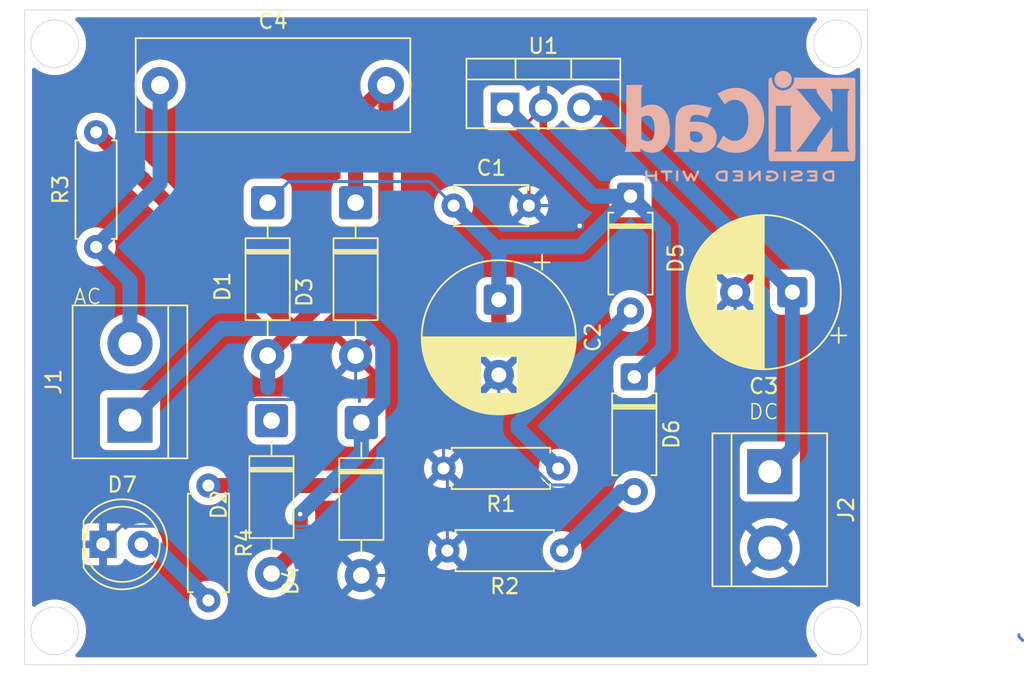
<source format=kicad_pcb>
(kicad_pcb (version 20241229) (generator "pcbnew") (generator_version "9.0")
  (layers (0 "F.Cu" signal) (2 "B.Cu" signal) (13 "F.Paste" user) (15 "B.Paste" user) (5 "F.SilkS" user "F.Silkscreen") (7 "B.SilkS" user "B.Silkscreen") (1 "F.Mask" user) (3 "B.Mask" user) (25 "Edge.Cuts" user))
  (net 0 "")
  (net 1 "GND")
  (net 2 "Net-(D1-K)")
  (net 3 "/5V")
  (net 4 "Net-(J1-Pin_2)")
  (net 5 "Net-(D1-A)")
  (net 6 "Net-(D2-A)")
  (net 7 "Net-(D5-A)")
  (net 8 "Net-(D6-A)")
  (net 9 "Net-(D7-A)")
  (footprint "LED_THT:LED_D5.0mm" (layer "F.Cu") (at 77.71 89.75)
    (property "Reference" "D7" (at 1.27 -3.96 0) (layer "F.SilkS"))
    (property "Value" "LED")
    (pad "1" thru_hole rect (at 0 0) (size 1.8 1.8) (drill 0.9) (layers "*.Cu" "*.Mask") (net 1 "GND"))
    (pad "2" thru_hole circle (at 2.54 0) (size 1.8 1.8) (drill 0.9) (layers "*.Cu" "*.Mask") (net 9 "Net-(D7-A)"))
  )
  (footprint "Diode_THT:D_DO-41_SOD81_P10.16mm_Horizontal" (layer "F.Cu") (at 94.869 81.661 -90)
    (property "Reference" "D4" (at 10.494 4.693 270) (layer "F.SilkS"))
    (property "Value" "1N4007")
    (pad "1" thru_hole roundrect (at 0 0 270) (size 2.2 2.2) (drill 1.1) (layers "*.Cu" "*.Mask") (roundrect_rratio 0.113636) (net 6 "Net-(D2-A)"))
    (pad "2" thru_hole circle (at 10.16 0 270) (size 2.2 2.2) (drill 1.1) (layers "*.Cu" "*.Mask") (net 1 "GND"))
  )
  (footprint "TerminalBlock:TerminalBlock_bornier-2_P5.08mm" (layer "F.Cu") (at 122 84.92 -90)
    (property "Reference" "J2" (at 2.54 -5.08 90) (layer "F.SilkS"))
    (property "Value" "Screw_Terminal_01x02")
    (pad "1" thru_hole rect (at 0 0 270) (size 3 3) (drill 1.52) (layers "*.Cu" "*.Mask") (net 3 "/5V"))
    (pad "2" thru_hole circle (at 5.08 0 270) (size 3 3) (drill 1.52) (layers "*.Cu" "*.Mask") (net 1 "GND"))
  )
  (footprint "Package_TO_SOT_THT:TO-220-3_Vertical" (layer "F.Cu") (at 104.42 60.75)
    (property "Reference" "U1" (at 2.54 -4.1 0) (layer "F.SilkS"))
    (property "Value" "LM7805_TO220")
    (pad "1" thru_hole rect (at 0 0) (size 1.905 2) (drill 1.1) (layers "*.Cu" "*.Mask") (net 2 "Net-(D1-K)"))
    (pad "2" thru_hole oval (at 2.54 0) (size 1.905 2) (drill 1.1) (layers "*.Cu" "*.Mask") (net 1 "GND"))
    (pad "3" thru_hole oval (at 5.08 0) (size 1.905 2) (drill 1.1) (layers "*.Cu" "*.Mask") (net 3 "/5V"))
  )
  (footprint "Diode_THT:D_DO-41_SOD81_P10.16mm_Horizontal" (layer "F.Cu") (at 88.646 67.056 -90)
    (property "Reference" "D1" (at 5.58 3 90) (layer "F.SilkS"))
    (property "Value" "1N4007")
    (pad "1" thru_hole roundrect (at 0 0 270) (size 2.2 2.2) (drill 1.1) (layers "*.Cu" "*.Mask") (roundrect_rratio 0.113636) (net 2 "Net-(D1-K)"))
    (pad "2" thru_hole circle (at 10.16 0 270) (size 2.2 2.2) (drill 1.1) (layers "*.Cu" "*.Mask") (net 5 "Net-(D1-A)"))
  )
  (footprint "Diode_THT:D_A-405_P7.62mm_Horizontal" (layer "F.Cu") (at 112.75 66.63 -90)
    (property "Reference" "D5" (at 4.12 -3 90) (layer "F.SilkS"))
    (property "Value" "D_Zener")
    (pad "1" thru_hole roundrect (at 0 0 270) (size 1.8 1.8) (drill 0.9) (layers "*.Cu" "*.Mask") (roundrect_rratio 0.138889) (net 2 "Net-(D1-K)"))
    (pad "2" thru_hole circle (at 7.62 0 270) (size 1.8 1.8) (drill 0.9) (layers "*.Cu" "*.Mask") (net 7 "Net-(D5-A)"))
  )
  (footprint "Resistor_THT:R_Axial_DIN0207_L6.3mm_D2.5mm_P7.62mm_Horizontal" (layer "F.Cu") (at 84.709 85.852 -90)
    (property "Reference" "R4" (at 3.81 -2.37 90) (layer "F.SilkS"))
    (property "Value" "2.2k")
    (pad "1" thru_hole circle (at 0 0 270) (size 1.6 1.6) (drill 0.8) (layers "*.Cu" "*.Mask") (net 2 "Net-(D1-K)"))
    (pad "2" thru_hole circle (at 7.62 0 270) (size 1.6 1.6) (drill 0.8) (layers "*.Cu" "*.Mask") (net 9 "Net-(D7-A)"))
  )
  (footprint "Capacitor_THT:CP_Radial_D10.0mm_P3.80mm" (layer "F.Cu") (at 123.5 73 180)
    (property "Reference" "C3" (at 1.9 -6.25 0) (layer "F.SilkS"))
    (property "Value" "470uf")
    (pad "1" thru_hole roundrect (at 0 0 180) (size 2 2) (drill 1) (layers "*.Cu" "*.Mask") (roundrect_rratio 0.125) (net 3 "/5V"))
    (pad "2" thru_hole circle (at 3.8 0 180) (size 2 2) (drill 1) (layers "*.Cu" "*.Mask") (net 1 "GND"))
  )
  (footprint "Capacitor_THT:C_Rect_L18.0mm_W6.0mm_P15.00mm_FKS3_FKP3" (layer "F.Cu") (at 81.5 59.25)
    (property "Reference" "C4" (at 7.5 -4.25 0) (layer "F.SilkS"))
    (property "Value" "225k/2.2uf")
    (pad "1" thru_hole circle (at 0 0) (size 2.4 2.4) (drill 1.2) (layers "*.Cu" "*.Mask") (net 4 "Net-(J1-Pin_2)"))
    (pad "2" thru_hole circle (at 15 0) (size 2.4 2.4) (drill 1.2) (layers "*.Cu" "*.Mask") (net 5 "Net-(D1-A)"))
  )
  (footprint "Resistor_THT:R_Axial_DIN0207_L6.3mm_D2.5mm_P7.62mm_Horizontal" (layer "F.Cu") (at 107.95 84.709 180)
    (property "Reference" "R1" (at 3.81 -2.37 0) (layer "F.SilkS"))
    (property "Value" "20k")
    (pad "1" thru_hole circle (at 0 0 180) (size 1.6 1.6) (drill 0.8) (layers "*.Cu" "*.Mask") (net 7 "Net-(D5-A)"))
    (pad "2" thru_hole circle (at 7.62 0 180) (size 1.6 1.6) (drill 0.8) (layers "*.Cu" "*.Mask") (net 1 "GND"))
  )
  (footprint "Resistor_THT:R_Axial_DIN0207_L6.3mm_D2.5mm_P7.62mm_Horizontal" (layer "F.Cu") (at 77.25 70 90)
    (property "Reference" "R3" (at 3.81 -2.37 90) (layer "F.SilkS"))
    (property "Value" "1M")
    (pad "1" thru_hole circle (at 0 0 90) (size 1.6 1.6) (drill 0.8) (layers "*.Cu" "*.Mask") (net 4 "Net-(J1-Pin_2)"))
    (pad "2" thru_hole circle (at 7.62 0 90) (size 1.6 1.6) (drill 0.8) (layers "*.Cu" "*.Mask") (net 5 "Net-(D1-A)"))
  )
  (footprint "Diode_THT:D_DO-41_SOD81_P10.16mm_Horizontal" (layer "F.Cu") (at 88.9 81.534 -90)
    (property "Reference" "D2" (at 5.58 3.5 90) (layer "F.SilkS"))
    (property "Value" "1N4007")
    (pad "1" thru_hole roundrect (at 0 0 270) (size 2.2 2.2) (drill 1.1) (layers "*.Cu" "*.Mask") (roundrect_rratio 0.113636) (net 2 "Net-(D1-K)"))
    (pad "2" thru_hole circle (at 10.16 0 270) (size 2.2 2.2) (drill 1.1) (layers "*.Cu" "*.Mask") (net 6 "Net-(D2-A)"))
  )
  (footprint "Diode_THT:D_DO-41_SOD81_P10.16mm_Horizontal" (layer "F.Cu") (at 94.488 67.056 -90)
    (property "Reference" "D3" (at 5.95 3.4 90) (layer "F.SilkS"))
    (property "Value" "1N4007")
    (pad "1" thru_hole roundrect (at 0 0 270) (size 2.2 2.2) (drill 1.1) (layers "*.Cu" "*.Mask") (roundrect_rratio 0.113636) (net 5 "Net-(D1-A)"))
    (pad "2" thru_hole circle (at 10.16 0 270) (size 2.2 2.2) (drill 1.1) (layers "*.Cu" "*.Mask") (net 1 "GND"))
  )
  (footprint "Diode_THT:D_A-405_P7.62mm_Horizontal" (layer "F.Cu") (at 113 78.63 -90)
    (property "Reference" "D6" (at 3.81 -2.47 90) (layer "F.SilkS"))
    (property "Value" "D_Zener")
    (pad "1" thru_hole roundrect (at 0 0 270) (size 1.8 1.8) (drill 0.9) (layers "*.Cu" "*.Mask") (roundrect_rratio 0.138889) (net 2 "Net-(D1-K)"))
    (pad "2" thru_hole circle (at 7.62 0 270) (size 1.8 1.8) (drill 0.9) (layers "*.Cu" "*.Mask") (net 8 "Net-(D6-A)"))
  )
  (footprint "Capacitor_THT:C_Disc_D4.7mm_W2.5mm_P5.00mm" (layer "F.Cu") (at 101 67.25)
    (property "Reference" "C1" (at 2.5 -2.5 0) (layer "F.SilkS"))
    (property "Value" "0.1uf")
    (pad "1" thru_hole circle (at 0 0) (size 1.6 1.6) (drill 0.8) (layers "*.Cu" "*.Mask") (net 2 "Net-(D1-K)"))
    (pad "2" thru_hole circle (at 5 0) (size 1.6 1.6) (drill 0.8) (layers "*.Cu" "*.Mask") (net 1 "GND"))
  )
  (footprint "Resistor_THT:R_Axial_DIN0207_L6.3mm_D2.5mm_P7.62mm_Horizontal" (layer "F.Cu") (at 108.204 90.17 180)
    (property "Reference" "R2" (at 3.81 -2.37 0) (layer "F.SilkS"))
    (property "Value" "20k")
    (pad "1" thru_hole circle (at 0 0 180) (size 1.6 1.6) (drill 0.8) (layers "*.Cu" "*.Mask") (net 8 "Net-(D6-A)"))
    (pad "2" thru_hole circle (at 7.62 0 180) (size 1.6 1.6) (drill 0.8) (layers "*.Cu" "*.Mask") (net 1 "GND"))
  )
  (footprint "Capacitor_THT:CP_Radial_D10.0mm_P5.00mm" (layer "F.Cu") (at 104 73.5 -90)
    (property "Reference" "C2" (at 2.5 -6.25 90) (layer "F.SilkS"))
    (property "Value" "1000uf")
    (pad "1" thru_hole roundrect (at 0 0 270) (size 2 2) (drill 1) (layers "*.Cu" "*.Mask") (roundrect_rratio 0.125) (net 2 "Net-(D1-K)"))
    (pad "2" thru_hole circle (at 5 0 270) (size 2 2) (drill 1) (layers "*.Cu" "*.Mask") (net 1 "GND"))
  )
  (footprint "TerminalBlock:TerminalBlock_bornier-2_P5.08mm" (layer "F.Cu") (at 79.5 81.5 90)
    (property "Reference" "J1" (at 2.54 -5.08 90) (layer "F.SilkS"))
    (property "Value" "Screw_Terminal_01x02")
    (pad "1" thru_hole rect (at 0 0 90) (size 3 3) (drill 1.52) (layers "*.Cu" "*.Mask") (net 6 "Net-(D2-A)"))
    (pad "2" thru_hole circle (at 5.08 0 90) (size 3 3) (drill 1.52) (layers "*.Cu" "*.Mask") (net 4 "Net-(J1-Pin_2)"))
  )
  (footprint "Symbol:KiCad-Logo2_6mm_SilkScreen" (layer "B.Cu") (at 120.022487 61.280848 180)
    (property "Reference" "REF**" (hide yes))
    (property "Value" "KiCad-Logo2_6mm_SilkScreen" (hide yes))
  )
  (gr_rect (start 72.5 54.25) (end 128.5 97.75) (stroke (width 0.05)) (fill no) (layer "Edge.Cuts"))
  (gr_circle (center 126.5 95.5) (end 127 97) (stroke (width 0.05)) (fill no) (layer "Edge.Cuts"))
  (gr_circle (center 74.5 56.5) (end 75 58) (stroke (width 0.05)) (fill no) (layer "Edge.Cuts"))
  (gr_circle (center 74.5 95.5) (end 75 97) (stroke (width 0.05)) (fill no) (layer "Edge.Cuts"))
  (gr_circle (center 126.5 56.5) (end 127 58) (stroke (width 0.05)) (fill no) (layer "Edge.Cuts"))
  (gr_text "AC" (at 75.69 73.88 0) (layer "F.SilkS") (effects (font (size 1 1) (thickness 0.1)) (justify left bottom)))
  (gr_text "DC" (at 120.523 81.534 0) (layer "F.SilkS") (effects (font (size 1 1) (thickness 0.1)) (justify left bottom)))
  (segment (start 138.557 95.758) (end 138.557 95.885) (width 0.2) (layer "B.Cu") (net 0))
  (segment (start 138.557 95.885) (end 138.811 96.139) (width 0.2) (layer "B.Cu") (net 0))
  (segment (start 106.934 60.706) (end 106 61.64) (width 0.2) (layer "F.Cu") (net 1))
  (segment (start 115.915 69.215) (end 119.7 73) (width 0.2) (layer "F.Cu") (net 1))
  (segment (start 109.982 69.215) (end 115.915 69.215) (width 0.2) (layer "F.Cu") (net 1))
  (segment (start 106 61.64) (end 106 67.25) (width 0.2) (layer "F.Cu") (net 1))
  (segment (start 94.742 91.948) (end 94.869 91.821) (width 0.2) (layer "F.Cu") (net 1))
  (segment (start 109.366393 68.599393) (end 109.982 69.215) (width 0.2) (layer "F.Cu") (net 1))
  (via (at 109.366393 68.599393) (size 0.6) (drill 0.3) (layers "F.Cu" "B.Cu") (net 1))
  (via (at 106.934 60.706) (size 0.6) (drill 0.3) (layers "F.Cu" "B.Cu") (net 1))
  (segment (start 94.488 77.216) (end 94.312 77.216) (width 0.2) (layer "B.Cu") (net 1))
  (segment (start 108.017 67.25) (end 109.366393 68.599393) (width 0.2) (layer "B.Cu") (net 1))
  (segment (start 94.742 80.26) (end 94.742 79.864786) (width 0.2) (layer "B.Cu") (net 1))
  (segment (start 114.58705 82.58705) (end 111.3641 85.81) (width 0.2) (layer "B.Cu") (net 1))
  (segment (start 104 82.31605) (end 104 78.5) (width 0.2) (layer "B.Cu") (net 1))
  (segment (start 94.312 77.216) (end 94.265 77.263) (width 1) (layer "B.Cu") (net 1))
  (segment (start 107.49395 85.81) (end 104 82.31605) (width 0.2) (layer "B.Cu") (net 1))
  (segment (start 119.7 73) (end 119.7 87.7) (width 0.2) (layer "B.Cu") (net 1))
  (segment (start 98.933 91.821) (end 100.584 90.17) (width 0.2) (layer "B.Cu") (net 1))
  (segment (start 106 67.25) (end 108.017 67.25) (width 0.2) (layer "B.Cu") (net 1))
  (segment (start 91.597 88.549) (end 78.911 88.549) (width 0.2) (layer "B.Cu") (net 1))
  (segment (start 78.911 88.549) (end 77.71 89.75) (width 0.2) (layer "B.Cu") (net 1))
  (segment (start 77.71 89.75) (end 87.327 80.133) (width 0.2) (layer "B.Cu") (net 1))
  (segment (start 100.584 85.344) (end 100.584 90.17) (width 0.2) (layer "B.Cu") (net 1))
  (segment (start 100.33 85.09) (end 100.584 85.344) (width 0.2) (layer "B.Cu") (net 1))
  (segment (start 94.869 91.821) (end 91.597 88.549) (width 0.2) (layer "B.Cu") (net 1))
  (segment (start 87.327 80.133) (end 91.571 80.133) (width 0.2) (layer "B.Cu") (net 1))
  (segment (start 94.869 91.821) (end 98.933 91.821) (width 0.2) (layer "B.Cu") (net 1))
  (segment (start 122 90) (end 114.58705 82.58705) (width 0.2) (layer "B.Cu") (net 1))
  (segment (start 94.742 79.864786) (end 94.488 79.610786) (width 0.2) (layer "B.Cu") (net 1))
  (segment (start 104 78.5) (end 100.33 82.17) (width 0.2) (layer "B.Cu") (net 1))
  (segment (start 91.571 80.133) (end 94.488 77.216) (width 0.2) (layer "B.Cu") (net 1))
  (segment (start 106.96 60.732) (end 106.934 60.706) (width 0.2) (layer "B.Cu") (net 1))
  (segment (start 100.33 82.17) (end 100.33 84.709) (width 0.2) (layer "B.Cu") (net 1))
  (segment (start 94.488 79.610786) (end 94.488 77.216) (width 0.2) (layer "B.Cu") (net 1))
  (segment (start 111.3641 85.81) (end 107.49395 85.81) (width 0.2) (layer "B.Cu") (net 1))
  (segment (start 106.96 60.75) (end 106.96 60.732) (width 0.2) (layer "B.Cu") (net 1))
  (segment (start 100.33 84.709) (end 100.33 85.09) (width 0.2) (layer "B.Cu") (net 1))
  (segment (start 119.7 87.7) (end 122 90) (width 0.2) (layer "B.Cu") (net 1))
  (segment (start 84.709 85.852) (end 93.853 85.852) (width 1) (layer "F.Cu") (net 2))
  (segment (start 104 75.705) (end 104 73.5) (width 1) (layer "F.Cu") (net 2))
  (segment (start 93.853 85.852) (end 104 75.705) (width 1) (layer "F.Cu") (net 2))
  (segment (start 88.646 67.056) (end 90.047 65.655) (width 0.2) (layer "B.Cu") (net 2))
  (segment (start 113 78.63) (end 114.935 76.695) (width 1) (layer "B.Cu") (net 2))
  (segment (start 112.75 66.611) (end 112.724 66.585) (width 1) (layer "B.Cu") (net 2))
  (segment (start 99.405 65.655) (end 101 67.25) (width 0.2) (layer "B.Cu") (net 2))
  (segment (start 112.75 66.611) (end 112.75 66.63) (width 1) (layer "B.Cu") (net 2))
  (segment (start 112.97 78.52) (end 113 78.55) (width 1) (layer "B.Cu") (net 2))
  (segment (start 113 78.63) (end 113 78.55) (width 1) (layer "B.Cu") (net 2))
  (segment (start 104.42 60.75) (end 110.3 66.63) (width 1) (layer "B.Cu") (net 2))
  (segment (start 90.047 65.655) (end 99.405 65.655) (width 0.2) (layer "B.Cu") (net 2))
  (segment (start 114.935 68.815) (end 112.75 66.63) (width 1) (layer "B.Cu") (net 2))
  (segment (start 104 73.5) (end 104 70.25) (width 1) (layer "B.Cu") (net 2))
  (segment (start 88.646 67.183) (end 88.646 67.056) (width 0.2) (layer "B.Cu") (net 2))
  (segment (start 104 70.25) (end 101 67.25) (width 1) (layer "B.Cu") (net 2))
  (segment (start 104.273 69.977) (end 104 70.25) (width 1) (layer "B.Cu") (net 2))
  (segment (start 109.403 69.977) (end 104.273 69.977) (width 1) (layer "B.Cu") (net 2))
  (segment (start 84.709 85.852) (end 84.709 85.725) (width 1) (layer "B.Cu") (net 2))
  (segment (start 110.3 66.63) (end 112.75 66.63) (width 1) (layer "B.Cu") (net 2))
  (segment (start 112.75 66.63) (end 109.403 69.977) (width 1) (layer "B.Cu") (net 2))
  (segment (start 114.935 76.695) (end 114.935 68.815) (width 1) (layer "B.Cu") (net 2))
  (segment (start 100.94 67.31) (end 101 67.25) (width 0.2) (layer "B.Cu") (net 2))
  (segment (start 109.5 60.75) (end 111.25 60.75) (width 1) (layer "B.Cu") (net 3))
  (segment (start 123.5 83.42) (end 122 84.92) (width 1) (layer "B.Cu") (net 3))
  (segment (start 123.5 73) (end 123.5 83.42) (width 1) (layer "B.Cu") (net 3))
  (segment (start 111.25 60.75) (end 123.5 73) (width 1) (layer "B.Cu") (net 3))
  (segment (start 79.5 72.25) (end 77.25 70) (width 1) (layer "B.Cu") (net 4))
  (segment (start 81.5 65.75) (end 77.25 70) (width 1) (layer "B.Cu") (net 4))
  (segment (start 81.5 59.25) (end 81.5 65.75) (width 1) (layer "B.Cu") (net 4))
  (segment (start 79.5 76.42) (end 79.5 72.25) (width 1) (layer "B.Cu") (net 4))
  (segment (start 77.25 62.38) (end 90.1175 75.2475) (width 1) (layer "F.Cu") (net 5))
  (segment (start 96.5 59.202) (end 96.52 59.182) (width 1) (layer "F.Cu") (net 5))
  (segment (start 96.5 59.202) (end 96.5 59.25) (width 1) (layer "F.Cu") (net 5))
  (segment (start 88.646 77.216) (end 90.6145 75.2475) (width 1) (layer "F.Cu") (net 5))
  (segment (start 96.5 69.362) (end 96.5 59.25) (width 1) (layer "F.Cu") (net 5))
  (segment (start 90.1175 75.2475) (end 90.6145 75.2475) (width 1) (layer "F.Cu") (net 5))
  (segment (start 94.488 61.262) (end 96.5 59.25) (width 1) (layer "F.Cu") (net 5))
  (segment (start 90.6145 75.2475) (end 96.5 69.362) (width 1) (layer "F.Cu") (net 5))
  (segment (start 94.488 67.056) (end 94.488 61.262) (width 1) (layer "F.Cu") (net 5))
  (segment (start 94.488 67.056) (end 94.488 67.007) (width 1) (layer "B.Cu") (net 5))
  (segment (start 88.646 77.216) (end 88.984 77.554) (width 1) (layer "B.Cu") (net 5))
  (segment (start 88.773 77.216) (end 88.646 77.216) (width 1) (layer "B.Cu") (net 5))
  (segment (start 88.646 77.216) (end 88.646 79.332) (width 1) (layer "B.Cu") (net 5))
  (segment (start 94.488 67.007) (end 94.519 66.976) (width 1) (layer "B.Cu") (net 5))
  (segment (start 90.805 89.789) (end 88.9 91.694) (width 1) (layer "F.Cu") (net 6))
  (segment (start 90.805 87.748) (end 90.805 89.789) (width 1) (layer "F.Cu") (net 6))
  (via (at 90.805 87.748) (size 0.6) (drill 0.3) (layers "F.Cu" "B.Cu") (net 6))
  (segment (start 96.289 80.241) (end 94.869 81.661) (width 1) (layer "B.Cu") (net 6))
  (segment (start 79.5 81.5) (end 85.585 75.415) (width 1) (layer "B.Cu") (net 6))
  (segment (start 94.869 81.63) (end 94.773 81.534) (width 1) (layer "B.Cu") (net 6))
  (segment (start 95.233999 75.415) (end 96.289 76.470001) (width 1) (layer "B.Cu") (net 6))
  (segment (start 79.5 81.917) (end 79.375 82.042) (width 1) (layer "B.Cu") (net 6))
  (segment (start 94.869 81.661) (end 94.869 83.684) (width 1) (layer "B.Cu") (net 6))
  (segment (start 79.5 81.917) (end 79.5 81.5) (width 1) (layer "B.Cu") (net 6))
  (segment (start 94.869 81.63) (end 94.996 81.503) (width 0.2) (layer "B.Cu") (net 6))
  (segment (start 79.5 81.5) (end 79.468 81.5) (width 1) (layer "B.Cu") (net 6))
  (segment (start 85.585 75.415) (end 95.233999 75.415) (width 1) (layer "B.Cu") (net 6))
  (segment (start 96.289 76.470001) (end 96.289 80.241) (width 1) (layer "B.Cu") (net 6))
  (segment (start 94.869 83.684) (end 90.805 87.748) (width 1) (layer "B.Cu") (net 6))
  (segment (start 94.869 81.661) (end 94.869 81.63) (width 0.2) (layer "B.Cu") (net 6))
  (segment (start 105.283 82.042) (end 107.95 84.709) (width 1) (layer "B.Cu") (net 7))
  (segment (start 112.75 74.306) (end 112.724 74.332) (width 1) (layer "B.Cu") (net 7))
  (segment (start 112.75 74.25) (end 112.75 74.306) (width 1) (layer "B.Cu") (net 7))
  (segment (start 105.283 81.717) (end 105.283 82.042) (width 1) (layer "B.Cu") (net 7))
  (segment (start 112.75 74.25) (end 105.283 81.717) (width 1) (layer "B.Cu") (net 7))
  (segment (start 113.03 86.233) (end 113.017 86.233) (width 1) (layer "B.Cu") (net 8))
  (segment (start 112.124 86.25) (end 108.204 90.17) (width 1) (layer "B.Cu") (net 8))
  (segment (start 113.017 86.233) (end 113 86.25) (width 1) (layer "B.Cu") (net 8))
  (segment (start 113 86.25) (end 112.124 86.25) (width 1) (layer "B.Cu") (net 8))
  (segment (start 80.987 89.75) (end 84.709 93.472) (width 1) (layer "B.Cu") (net 9))
  (segment (start 80.25 89.75) (end 80.987 89.75) (width 1) (layer "B.Cu") (net 9))
  (zone (net 1) (net_name "GND") (layers "F.Cu" "B.Cu") (connect_pads (clearance 0.5)) (min_thickness 0.25) (fill yes (thermal_gap 0.5) (thermal_bridge_width 0.5))
    (polygon (pts (xy 129.413 53.848) (xy 129.54 98.425) (xy 70.866 98.552) (xy 70.993 53.721) (xy 70.993 53.848) (xy 70.993 53.594) (xy 70.993 53.975) (xy 70.866 53.848)))
  )
)
</source>
